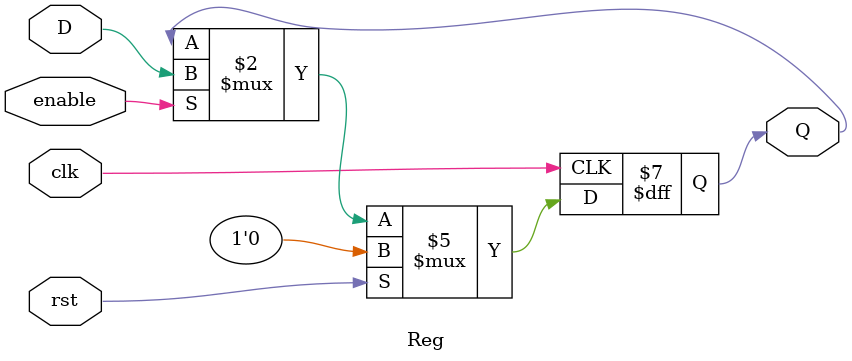
<source format=v>
module Reg#(parameter N = 1)(input [N-1:0]D, input clk, enable, rst, output reg [N-1 : 0] Q);
	
	always@(posedge clk)begin
		if(rst) Q <= 0;
		
		else if(enable) Q <= D;
	end
endmodule

</source>
